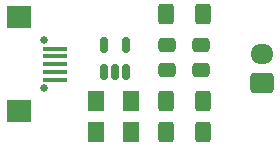
<source format=gbr>
%TF.GenerationSoftware,KiCad,Pcbnew,8.0.2*%
%TF.CreationDate,2025-07-12T13:28:42+07:00*%
%TF.ProjectId,Li-Ion Charger Controller,4c692d49-6f6e-4204-9368-617267657220,rev?*%
%TF.SameCoordinates,Original*%
%TF.FileFunction,Soldermask,Top*%
%TF.FilePolarity,Negative*%
%FSLAX46Y46*%
G04 Gerber Fmt 4.6, Leading zero omitted, Abs format (unit mm)*
G04 Created by KiCad (PCBNEW 8.0.2) date 2025-07-12 13:28:42*
%MOMM*%
%LPD*%
G01*
G04 APERTURE LIST*
G04 Aperture macros list*
%AMRoundRect*
0 Rectangle with rounded corners*
0 $1 Rounding radius*
0 $2 $3 $4 $5 $6 $7 $8 $9 X,Y pos of 4 corners*
0 Add a 4 corners polygon primitive as box body*
4,1,4,$2,$3,$4,$5,$6,$7,$8,$9,$2,$3,0*
0 Add four circle primitives for the rounded corners*
1,1,$1+$1,$2,$3*
1,1,$1+$1,$4,$5*
1,1,$1+$1,$6,$7*
1,1,$1+$1,$8,$9*
0 Add four rect primitives between the rounded corners*
20,1,$1+$1,$2,$3,$4,$5,0*
20,1,$1+$1,$4,$5,$6,$7,0*
20,1,$1+$1,$6,$7,$8,$9,0*
20,1,$1+$1,$8,$9,$2,$3,0*%
G04 Aperture macros list end*
%ADD10RoundRect,0.250000X-0.475000X0.337500X-0.475000X-0.337500X0.475000X-0.337500X0.475000X0.337500X0*%
%ADD11RoundRect,0.150000X0.150000X-0.512500X0.150000X0.512500X-0.150000X0.512500X-0.150000X-0.512500X0*%
%ADD12RoundRect,0.250001X0.462499X0.624999X-0.462499X0.624999X-0.462499X-0.624999X0.462499X-0.624999X0*%
%ADD13RoundRect,0.250000X-0.400000X-0.625000X0.400000X-0.625000X0.400000X0.625000X-0.400000X0.625000X0*%
%ADD14RoundRect,0.250000X0.475000X-0.337500X0.475000X0.337500X-0.475000X0.337500X-0.475000X-0.337500X0*%
%ADD15RoundRect,0.250001X-0.462499X-0.624999X0.462499X-0.624999X0.462499X0.624999X-0.462499X0.624999X0*%
%ADD16C,0.650000*%
%ADD17R,2.100000X1.900000*%
%ADD18R,2.000000X0.400000*%
%ADD19RoundRect,0.250000X0.725000X-0.600000X0.725000X0.600000X-0.725000X0.600000X-0.725000X-0.600000X0*%
%ADD20O,1.950000X1.700000*%
G04 APERTURE END LIST*
D10*
%TO.C,C1*%
X157500000Y-90762500D03*
X157500000Y-92837500D03*
%TD*%
D11*
%TO.C,U1*%
X152150000Y-92975000D03*
X153100000Y-92975000D03*
X154050000Y-92975000D03*
X154050000Y-90700000D03*
X152150000Y-90700000D03*
%TD*%
D12*
%TO.C,D1*%
X154487500Y-98100000D03*
X151512500Y-98100000D03*
%TD*%
D13*
%TO.C,R1*%
X157450000Y-98110000D03*
X160550000Y-98110000D03*
%TD*%
D14*
%TO.C,C2*%
X160400000Y-92837500D03*
X160400000Y-90762500D03*
%TD*%
D13*
%TO.C,R3*%
X157450000Y-88100000D03*
X160550000Y-88100000D03*
%TD*%
D15*
%TO.C,D2*%
X151512500Y-95500000D03*
X154487500Y-95500000D03*
%TD*%
D13*
%TO.C,R2*%
X157450000Y-95500000D03*
X160550000Y-95500000D03*
%TD*%
D16*
%TO.C,J2*%
X147137500Y-90340000D03*
X147137500Y-94340000D03*
D17*
X144997500Y-88350000D03*
X144997500Y-96350000D03*
D18*
X148057500Y-91050000D03*
X148057500Y-91700000D03*
X148057500Y-92350000D03*
X148057500Y-93000000D03*
X148057500Y-93650000D03*
%TD*%
D19*
%TO.C,J1*%
X165600000Y-93950000D03*
D20*
X165600000Y-91450000D03*
%TD*%
M02*

</source>
